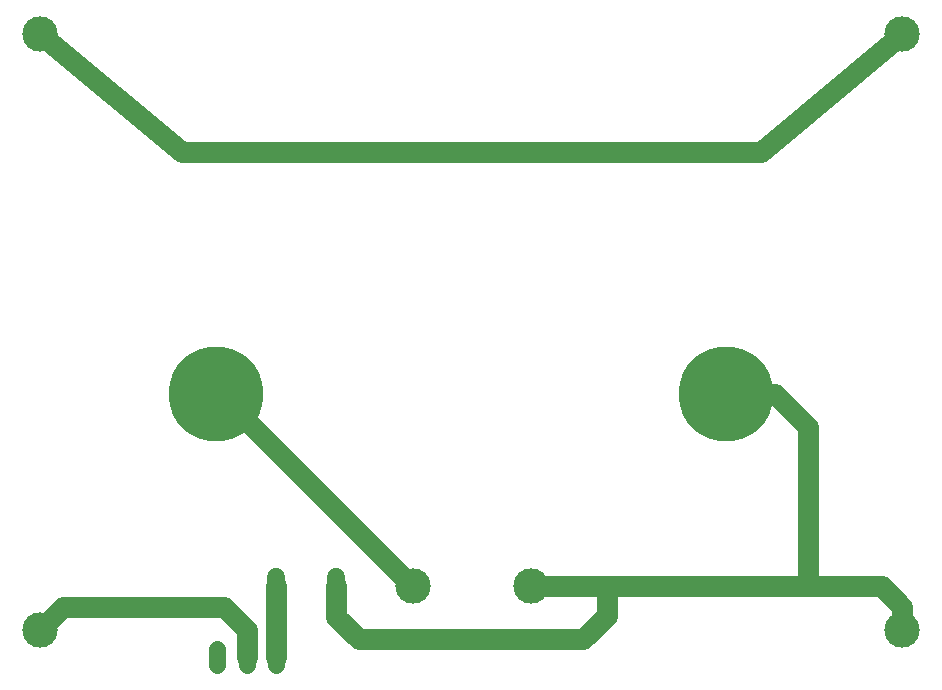
<source format=gbr>
G04 EAGLE Gerber X2 export*
%TF.Part,Single*%
%TF.FileFunction,Copper,L1,Top,Mixed*%
%TF.FilePolarity,Positive*%
%TF.GenerationSoftware,Autodesk,EAGLE,9.5.2*%
%TF.CreationDate,2020-10-15T10:25:45Z*%
G75*
%MOMM*%
%FSLAX35Y35*%
%LPD*%
%INBottom Copper*%
%AMOC8*
5,1,8,0,0,1.08239X$1,22.5*%
G01*
%ADD10C,3.000000*%
%ADD11C,1.400000*%
%ADD12C,1.508000*%
%ADD13C,8.000000*%
%ADD14C,1.800000*%
%ADD15C,1.270000*%


D10*
X5058000Y950000D03*
X4058000Y950000D03*
D11*
X2900000Y420000D02*
X2900000Y280000D01*
X2650000Y280000D02*
X2650000Y420000D01*
X2400000Y420000D02*
X2400000Y280000D01*
D10*
X900000Y575000D03*
X900000Y5625000D03*
X8200000Y5625000D03*
X8200000Y575000D03*
D12*
X3408000Y874600D02*
X3408000Y1025400D01*
X2900000Y1025400D02*
X2900000Y874600D01*
D13*
X2391000Y2580000D03*
X6709000Y2580000D03*
D14*
X2456000Y770000D02*
X1095000Y770000D01*
X900000Y575000D01*
X2650000Y576000D02*
X2650000Y350000D01*
X2650000Y576000D02*
X2456000Y770000D01*
X4052000Y950000D02*
X4058000Y950000D01*
X4052000Y950000D02*
X2422000Y2580000D01*
X2400000Y2580000D01*
D15*
X2400000Y2500000D01*
X2391000Y2500000D01*
X2391000Y2580000D01*
D14*
X7400000Y950000D02*
X8025000Y950000D01*
X7400000Y950000D02*
X7400000Y2300000D01*
X7120000Y2580000D01*
X5700000Y950000D02*
X5058000Y950000D01*
X5700000Y950000D02*
X7400000Y950000D01*
X7120000Y2580000D02*
X6709000Y2580000D01*
X3408000Y950000D02*
X3408000Y692000D01*
X3600000Y500000D01*
X5500000Y500000D01*
X5700000Y700000D01*
X5700000Y950000D01*
X8200000Y775000D02*
X8200000Y575000D01*
X8200000Y775000D02*
X8025000Y950000D01*
X2900000Y620000D02*
X2900000Y350000D01*
X2900000Y616321D02*
X2900000Y950000D01*
D15*
X2900000Y616321D02*
X2896000Y616000D01*
X2900000Y620000D01*
D14*
X2100000Y4625000D02*
X7000000Y4625000D01*
X2100000Y4625000D02*
X900000Y5625000D01*
X7000000Y4625000D02*
X8200000Y5625000D01*
M02*

</source>
